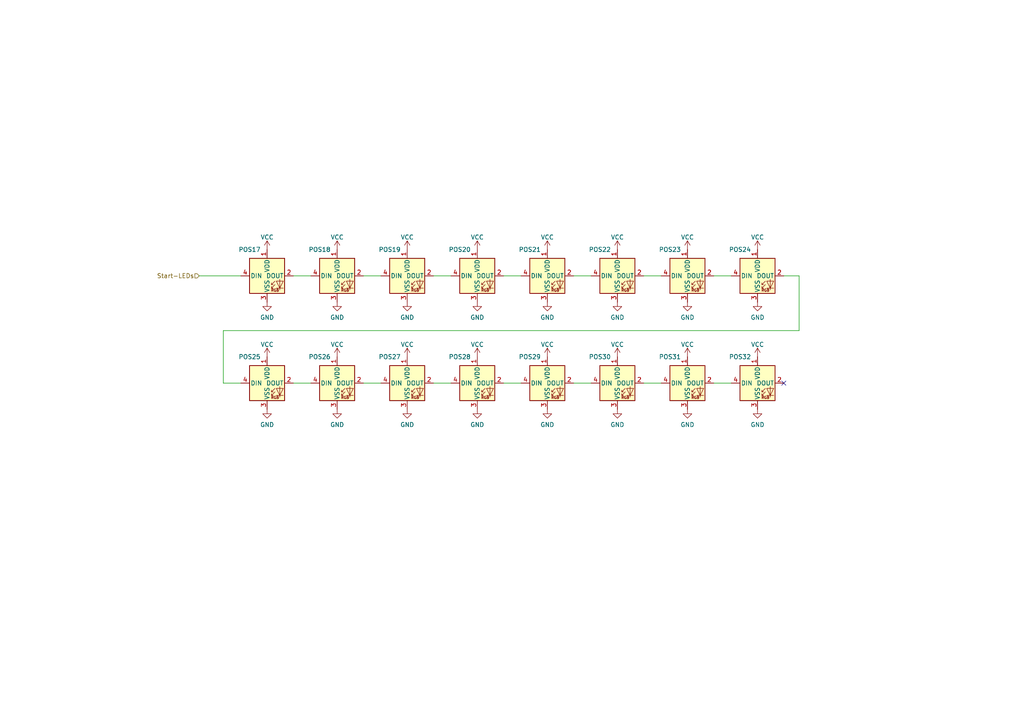
<source format=kicad_sch>
(kicad_sch (version 20211123) (generator eeschema)
  (paper "A4")
  (lib_symbols
    (symbol "LED:WS2812B" (pin_names (offset 0.254))
      (property "Reference" "D" (at 5.08 5.715 0))
      (property "Value" "WS2812B" (at 1.27 -5.715 0))
      (symbol "WS2812B_0_0"
        (text "RGB" (at 2.286 -4.191 0) (effects (font (size 0.762 0.762))))
      )
      (symbol "WS2812B_0_1"
        (polyline (pts (xy 1.27 -3.556) (xy 1.778 -3.556)))
        (polyline (pts (xy 1.27 -2.54) (xy 1.778 -2.54)))
        (polyline (pts (xy 4.699 -3.556) (xy 2.667 -3.556)))
        (polyline (pts (xy 2.286 -2.54) (xy 1.27 -3.556) (xy 1.27 -3.048)))
        (polyline (pts (xy 2.286 -1.524) (xy 1.27 -2.54) (xy 1.27 -2.032)))
        (polyline (pts (xy 3.683 -1.016) (xy 3.683 -3.556) (xy 3.683 -4.064)))
        (polyline (pts (xy 4.699 -1.524) (xy 2.667 -1.524) (xy 3.683 -3.556) (xy 4.699 -1.524)))
        (rectangle (start 5.08 5.08) (end -5.08 -5.08) (stroke (width 0.254)) (fill (type background)))
      )
      (symbol "WS2812B_1_1"
        (pin power_in line (at 0 7.62 270) (length 2.54) (name "VDD") (number "1"))
        (pin output line (at 7.62 0 180) (length 2.54) (name "DOUT") (number "2"))
        (pin power_in line (at 0 -7.62 90) (length 2.54) (name "VSS") (number "3"))
        (pin input line (at -7.62 0 0) (length 2.54) (name "DIN") (number "4"))
      )
    )
    (symbol "power:GND" (power) (pin_names (offset 0))
      (property "Value" "GND" (at 0 -3.81 0))
      (symbol "GND_0_1"
        (polyline (pts (xy 0 0) (xy 0 -1.27) (xy 1.27 -1.27) (xy 0 -2.54) (xy -1.27 -1.27) (xy 0 -1.27)))
      )
      (symbol "GND_1_1"
        (pin power_in line (at 0 0 270) (length 0) hide (name "GND") (number "1"))
      )
    )
    (symbol "power:VCC" (power) (pin_names (offset 0))
      (property "Value" "VCC" (at 0 3.81 0))
      (symbol "VCC_0_1"
        (polyline (pts (xy -0.762 1.27) (xy 0 2.54)))
        (polyline (pts (xy 0 0) (xy 0 2.54)))
        (polyline (pts (xy 0 2.54) (xy 0.762 1.27)))
      )
      (symbol "VCC_1_1"
        (pin power_in line (at 0 0 90) (length 0) hide (name "VCC") (number "1"))
      )
    )
  )
  (no_connect (at 227.33 111.125))
  (wire (pts (xy 227.33 80.01) (xy 231.775 80.01)))
  (wire (pts (xy 146.05 80.01) (xy 151.13 80.01)))
  (wire (pts (xy 105.41 80.01) (xy 110.49 80.01)))
  (wire (pts (xy 186.69 111.125) (xy 191.77 111.125)))
  (wire (pts (xy 125.73 80.01) (xy 130.81 80.01)))
  (wire (pts (xy 57.785 80.01) (xy 69.85 80.01)))
  (wire (pts (xy 207.01 111.125) (xy 212.09 111.125)))
  (wire (pts (xy 166.37 111.125) (xy 171.45 111.125)))
  (wire (pts (xy 64.77 95.885) (xy 64.77 111.125)))
  (wire (pts (xy 64.77 111.125) (xy 69.85 111.125)))
  (wire (pts (xy 85.09 80.01) (xy 90.17 80.01)))
  (wire (pts (xy 207.01 80.01) (xy 212.09 80.01)))
  (wire (pts (xy 146.05 111.125) (xy 151.13 111.125)))
  (wire (pts (xy 186.69 80.01) (xy 191.77 80.01)))
  (wire (pts (xy 231.775 95.885) (xy 64.77 95.885)))
  (wire (pts (xy 166.37 80.01) (xy 171.45 80.01)))
  (wire (pts (xy 85.09 111.125) (xy 90.17 111.125)))
  (wire (pts (xy 105.41 111.125) (xy 110.49 111.125)))
  (wire (pts (xy 125.73 111.125) (xy 130.81 111.125)))
  (wire (pts (xy 231.775 80.01) (xy 231.775 95.885)))
  (hierarchical_label "Start-LEDs" (shape input) (at 57.785 80.01 180))
  (symbol (lib_id "power:GND") (at 118.11 87.63 0) (unit 1)
    (property "Reference" "#PWR0111" (effects hide))
    (property "Value" "GND" (at 118.11 92.0734 0))
  )
  (symbol (lib_id "power:GND") (at 77.47 87.63 0) (unit 1)
    (property "Reference" "#PWR0100" (effects hide))
    (property "Value" "GND" (at 77.47 92.0734 0))
  )
  (symbol (lib_id "LED:WS2812B") (at 219.71 80.01 0) (unit 1)
    (property "Reference" "POS24" (at 214.63 72.39 0))
    (property "Value" "WS2812-4020_dual" (effects hide))
    (property "Footprint" "LED_SMD:LED_WS2812B_PLCC4_5.0x5.0mm_P3.2mm" (effects hide))
    (property "Datasheet" "https://cdn-shop.adafruit.com/datasheets/WS2812B.pdf" (effects hide))
  )
  (symbol (lib_id "power:GND") (at 138.43 87.63 0) (unit 1)
    (property "Reference" "#PWR0113" (effects hide))
    (property "Value" "GND" (at 138.43 92.0734 0))
  )
  (symbol (lib_id "power:GND") (at 158.75 118.745 0) (unit 1)
    (property "Reference" "#PWR0165" (effects hide))
    (property "Value" "GND" (at 158.75 123.1884 0))
  )
  (symbol (lib_id "power:VCC") (at 138.43 103.505 0) (unit 1)
    (property "Reference" "#PWR0147" (effects hide))
    (property "Value" "VCC" (at 138.43 99.9292 0))
  )
  (symbol (lib_id "power:GND") (at 179.07 87.63 0) (unit 1)
    (property "Reference" "#PWR0117" (effects hide))
    (property "Value" "GND" (at 179.07 92.0734 0))
  )
  (symbol (lib_id "LED:WS2812B") (at 158.75 111.125 0) (unit 1)
    (property "Reference" "POS29" (at 153.67 103.505 0))
    (property "Value" "WS2812-4020_dual" (effects hide))
    (property "Footprint" "LED_SMD:LED_WS2812B_PLCC4_5.0x5.0mm_P3.2mm" (effects hide))
    (property "Datasheet" "https://cdn-shop.adafruit.com/datasheets/WS2812B.pdf" (effects hide))
  )
  (symbol (lib_id "LED:WS2812B") (at 77.47 111.125 0) (unit 1)
    (property "Reference" "POS25" (at 72.39 103.505 0))
    (property "Value" "WS2812-4020_dual" (effects hide))
    (property "Footprint" "LED_SMD:LED_WS2812B_PLCC4_5.0x5.0mm_P3.2mm" (effects hide))
    (property "Datasheet" "https://cdn-shop.adafruit.com/datasheets/WS2812B.pdf" (effects hide))
  )
  (symbol (lib_id "power:GND") (at 97.79 87.63 0) (unit 1)
    (property "Reference" "#PWR0109" (effects hide))
    (property "Value" "GND" (at 97.79 92.0734 0))
  )
  (symbol (lib_id "power:GND") (at 118.11 118.745 0) (unit 1)
    (property "Reference" "#PWR0161" (effects hide))
    (property "Value" "GND" (at 118.11 123.1884 0))
  )
  (symbol (lib_id "power:VCC") (at 179.07 103.505 0) (unit 1)
    (property "Reference" "#PWR0151" (effects hide))
    (property "Value" "VCC" (at 179.07 99.9292 0))
  )
  (symbol (lib_id "LED:WS2812B") (at 97.79 80.01 0) (unit 1)
    (property "Reference" "POS18" (at 92.71 72.39 0))
    (property "Value" "WS2812-4020_dual" (effects hide))
    (property "Footprint" "LED_SMD:LED_WS2812B_PLCC4_5.0x5.0mm_P3.2mm" (effects hide))
    (property "Datasheet" "https://cdn-shop.adafruit.com/datasheets/WS2812B.pdf" (effects hide))
  )
  (symbol (lib_id "LED:WS2812B") (at 199.39 80.01 0) (unit 1)
    (property "Reference" "POS23" (at 194.31 72.39 0))
    (property "Value" "WS2812-4020_dual" (effects hide))
    (property "Footprint" "LED_SMD:LED_WS2812B_PLCC4_5.0x5.0mm_P3.2mm" (effects hide))
    (property "Datasheet" "https://cdn-shop.adafruit.com/datasheets/WS2812B.pdf" (effects hide))
  )
  (symbol (lib_id "power:VCC") (at 118.11 72.39 0) (unit 1)
    (property "Reference" "#PWR088" (effects hide))
    (property "Value" "VCC" (at 118.11 68.8142 0))
  )
  (symbol (lib_id "LED:WS2812B") (at 118.11 80.01 0) (unit 1)
    (property "Reference" "POS19" (at 113.03 72.39 0))
    (property "Value" "WS2812-4020_dual" (effects hide))
    (property "Footprint" "LED_SMD:LED_WS2812B_PLCC4_5.0x5.0mm_P3.2mm" (effects hide))
    (property "Datasheet" "https://cdn-shop.adafruit.com/datasheets/WS2812B.pdf" (effects hide))
  )
  (symbol (lib_id "LED:WS2812B") (at 138.43 80.01 0) (unit 1)
    (property "Reference" "POS20" (at 133.35 72.39 0))
    (property "Value" "WS2812-4020_dual" (effects hide))
    (property "Footprint" "LED_SMD:LED_WS2812B_PLCC4_5.0x5.0mm_P3.2mm" (effects hide))
    (property "Datasheet" "https://cdn-shop.adafruit.com/datasheets/WS2812B.pdf" (effects hide))
  )
  (symbol (lib_id "LED:WS2812B") (at 118.11 111.125 0) (unit 1)
    (property "Reference" "POS27" (at 113.03 103.505 0))
    (property "Value" "WS2812-4020_dual" (effects hide))
    (property "Footprint" "LED_SMD:LED_WS2812B_PLCC4_5.0x5.0mm_P3.2mm" (effects hide))
    (property "Datasheet" "https://cdn-shop.adafruit.com/datasheets/WS2812B.pdf" (effects hide))
  )
  (symbol (lib_id "power:VCC") (at 77.47 103.505 0) (unit 1)
    (property "Reference" "#PWR0141" (effects hide))
    (property "Value" "VCC" (at 77.47 99.9292 0))
  )
  (symbol (lib_id "LED:WS2812B") (at 77.47 80.01 0) (unit 1)
    (property "Reference" "POS17" (at 72.39 72.39 0))
    (property "Value" "WS2812-4020_dual" (effects hide))
    (property "Footprint" "LED_SMD:LED_WS2812B_PLCC4_5.0x5.0mm_P3.2mm" (effects hide))
    (property "Datasheet" "https://cdn-shop.adafruit.com/datasheets/WS2812B.pdf" (effects hide))
  )
  (symbol (lib_id "power:GND") (at 158.75 87.63 0) (unit 1)
    (property "Reference" "#PWR0115" (effects hide))
    (property "Value" "GND" (at 158.75 92.0734 0))
  )
  (symbol (lib_id "power:GND") (at 219.71 87.63 0) (unit 1)
    (property "Reference" "#PWR0121" (effects hide))
    (property "Value" "GND" (at 219.71 92.0734 0))
  )
  (symbol (lib_id "power:GND") (at 219.71 118.745 0) (unit 1)
    (property "Reference" "#PWR0171" (effects hide))
    (property "Value" "GND" (at 219.71 123.1884 0))
  )
  (symbol (lib_id "power:GND") (at 179.07 118.745 0) (unit 1)
    (property "Reference" "#PWR0167" (effects hide))
    (property "Value" "GND" (at 179.07 123.1884 0))
  )
  (symbol (lib_id "power:VCC") (at 158.75 72.39 0) (unit 1)
    (property "Reference" "#PWR092" (effects hide))
    (property "Value" "VCC" (at 158.75 68.8142 0))
  )
  (symbol (lib_id "power:GND") (at 97.79 118.745 0) (unit 1)
    (property "Reference" "#PWR0159" (effects hide))
    (property "Value" "GND" (at 97.79 123.1884 0))
  )
  (symbol (lib_id "LED:WS2812B") (at 97.79 111.125 0) (unit 1)
    (property "Reference" "POS26" (at 92.71 103.505 0))
    (property "Value" "WS2812-4020_dual" (effects hide))
    (property "Footprint" "LED_SMD:LED_WS2812B_PLCC4_5.0x5.0mm_P3.2mm" (effects hide))
    (property "Datasheet" "https://cdn-shop.adafruit.com/datasheets/WS2812B.pdf" (effects hide))
  )
  (symbol (lib_id "power:GND") (at 199.39 87.63 0) (unit 1)
    (property "Reference" "#PWR0119" (effects hide))
    (property "Value" "GND" (at 199.39 92.0734 0))
  )
  (symbol (lib_id "power:GND") (at 138.43 118.745 0) (unit 1)
    (property "Reference" "#PWR0163" (effects hide))
    (property "Value" "GND" (at 138.43 123.1884 0))
  )
  (symbol (lib_id "LED:WS2812B") (at 158.75 80.01 0) (unit 1)
    (property "Reference" "POS21" (at 153.67 72.39 0))
    (property "Value" "WS2812-4020_dual" (effects hide))
    (property "Footprint" "LED_SMD:LED_WS2812B_PLCC4_5.0x5.0mm_P3.2mm" (effects hide))
    (property "Datasheet" "https://cdn-shop.adafruit.com/datasheets/WS2812B.pdf" (effects hide))
  )
  (symbol (lib_id "power:GND") (at 199.39 118.745 0) (unit 1)
    (property "Reference" "#PWR0169" (effects hide))
    (property "Value" "GND" (at 199.39 123.1884 0))
  )
  (symbol (lib_id "power:GND") (at 77.47 118.745 0) (unit 1)
    (property "Reference" "#PWR0157" (effects hide))
    (property "Value" "GND" (at 77.47 123.1884 0))
  )
  (symbol (lib_id "LED:WS2812B") (at 138.43 111.125 0) (unit 1)
    (property "Reference" "POS28" (at 133.35 103.505 0))
    (property "Value" "WS2812-4020_dual" (effects hide))
    (property "Footprint" "LED_SMD:LED_WS2812B_PLCC4_5.0x5.0mm_P3.2mm" (effects hide))
    (property "Datasheet" "https://cdn-shop.adafruit.com/datasheets/WS2812B.pdf" (effects hide))
  )
  (symbol (lib_id "power:VCC") (at 199.39 72.39 0) (unit 1)
    (property "Reference" "#PWR096" (effects hide))
    (property "Value" "VCC" (at 199.39 68.8142 0))
  )
  (symbol (lib_id "power:VCC") (at 179.07 72.39 0) (unit 1)
    (property "Reference" "#PWR094" (effects hide))
    (property "Value" "VCC" (at 179.07 68.8142 0))
  )
  (symbol (lib_id "power:VCC") (at 97.79 72.39 0) (unit 1)
    (property "Reference" "#PWR086" (effects hide))
    (property "Value" "VCC" (at 97.79 68.8142 0))
  )
  (symbol (lib_id "LED:WS2812B") (at 179.07 111.125 0) (unit 1)
    (property "Reference" "POS30" (at 173.99 103.505 0))
    (property "Value" "WS2812-4020_dual" (effects hide))
    (property "Footprint" "LED_SMD:LED_WS2812B_PLCC4_5.0x5.0mm_P3.2mm" (effects hide))
    (property "Datasheet" "https://cdn-shop.adafruit.com/datasheets/WS2812B.pdf" (effects hide))
  )
  (symbol (lib_id "power:VCC") (at 77.47 72.39 0) (unit 1)
    (property "Reference" "#PWR084" (effects hide))
    (property "Value" "VCC" (at 77.47 68.8142 0))
  )
  (symbol (lib_id "LED:WS2812B") (at 199.39 111.125 0) (unit 1)
    (property "Reference" "POS31" (at 194.31 103.505 0))
    (property "Value" "WS2812-4020_dual" (effects hide))
    (property "Footprint" "LED_SMD:LED_WS2812B_PLCC4_5.0x5.0mm_P3.2mm" (effects hide))
    (property "Datasheet" "https://cdn-shop.adafruit.com/datasheets/WS2812B.pdf" (effects hide))
  )
  (symbol (lib_id "power:VCC") (at 199.39 103.505 0) (unit 1)
    (property "Reference" "#PWR0153" (effects hide))
    (property "Value" "VCC" (at 199.39 99.9292 0))
  )
  (symbol (lib_id "LED:WS2812B") (at 219.71 111.125 0) (unit 1)
    (property "Reference" "POS32" (at 214.63 103.505 0))
    (property "Value" "WS2812-4020_dual" (effects hide))
    (property "Footprint" "LED_SMD:LED_WS2812B_PLCC4_5.0x5.0mm_P3.2mm" (effects hide))
    (property "Datasheet" "https://cdn-shop.adafruit.com/datasheets/WS2812B.pdf" (effects hide))
  )
  (symbol (lib_id "power:VCC") (at 158.75 103.505 0) (unit 1)
    (property "Reference" "#PWR0149" (effects hide))
    (property "Value" "VCC" (at 158.75 99.9292 0))
  )
  (symbol (lib_id "LED:WS2812B") (at 179.07 80.01 0) (unit 1)
    (property "Reference" "POS22" (at 173.99 72.39 0))
    (property "Value" "WS2812-4020_dual" (effects hide))
    (property "Footprint" "LED_SMD:LED_WS2812B_PLCC4_5.0x5.0mm_P3.2mm" (effects hide))
    (property "Datasheet" "https://cdn-shop.adafruit.com/datasheets/WS2812B.pdf" (effects hide))
  )
  (symbol (lib_id "power:VCC") (at 219.71 72.39 0) (unit 1)
    (property "Reference" "#PWR098" (effects hide))
    (property "Value" "VCC" (at 219.71 68.8142 0))
  )
  (symbol (lib_id "power:VCC") (at 97.79 103.505 0) (unit 1)
    (property "Reference" "#PWR0143" (effects hide))
    (property "Value" "VCC" (at 97.79 99.9292 0))
  )
  (symbol (lib_id "power:VCC") (at 219.71 103.505 0) (unit 1)
    (property "Reference" "#PWR0155" (effects hide))
    (property "Value" "VCC" (at 219.71 99.9292 0))
  )
  (symbol (lib_id "power:VCC") (at 118.11 103.505 0) (unit 1)
    (property "Reference" "#PWR0145" (effects hide))
    (property "Value" "VCC" (at 118.11 99.9292 0))
  )
  (symbol (lib_id "power:VCC") (at 138.43 72.39 0) (unit 1)
    (property "Reference" "#PWR090" (effects hide))
    (property "Value" "VCC" (at 138.43 68.8142 0))
  )
)
</source>
